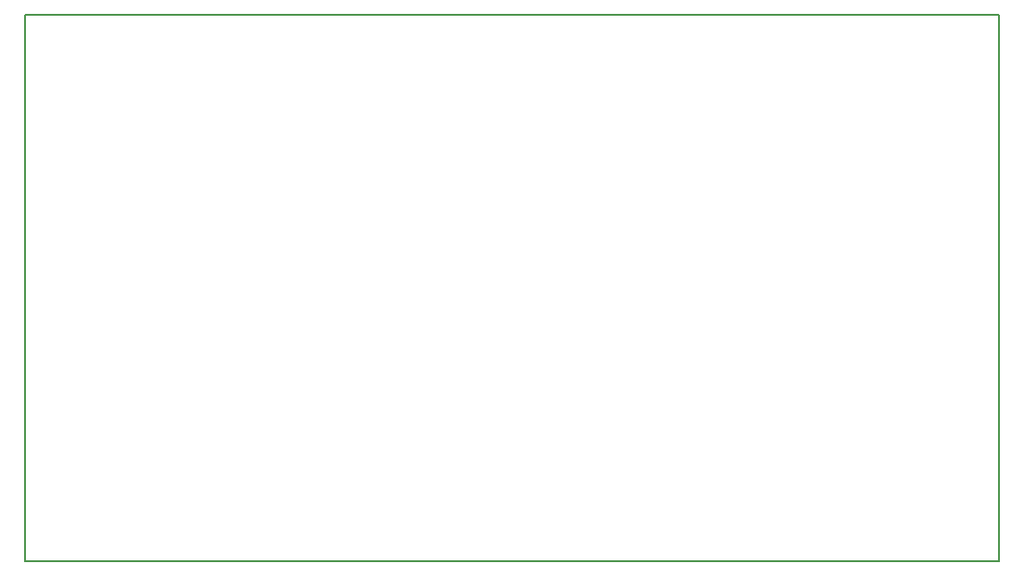
<source format=gbr>
G04 #@! TF.GenerationSoftware,KiCad,Pcbnew,(5.1.0-0)*
G04 #@! TF.CreationDate,2019-05-28T22:45:59-04:00*
G04 #@! TF.ProjectId,Business Card,42757369-6e65-4737-9320-436172642e6b,rev?*
G04 #@! TF.SameCoordinates,Original*
G04 #@! TF.FileFunction,Profile,NP*
%FSLAX46Y46*%
G04 Gerber Fmt 4.6, Leading zero omitted, Abs format (unit mm)*
G04 Created by KiCad (PCBNEW (5.1.0-0)) date 2019-05-28 22:45:59*
%MOMM*%
%LPD*%
G04 APERTURE LIST*
%ADD10C,0.150000*%
G04 APERTURE END LIST*
D10*
X191100000Y-65000000D02*
X191100000Y-115000000D01*
X102100000Y-65000000D02*
X191100000Y-65000000D01*
X102100000Y-65000000D02*
X102100000Y-115000000D01*
X102100000Y-115000000D02*
X191100000Y-115000000D01*
M02*

</source>
